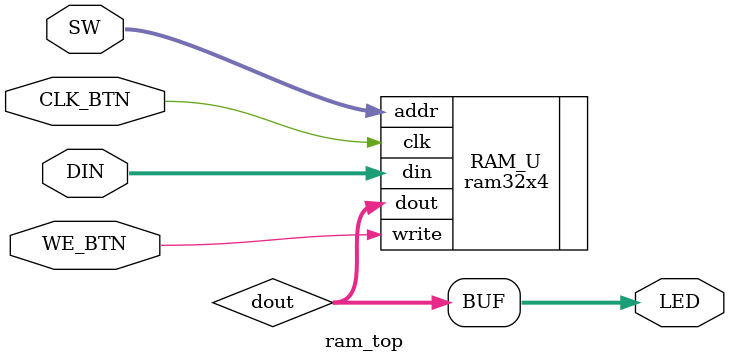
<source format=v>
`timescale 1ns/1ps
module ram_top (
    input  [4:0] SW,      // SW[4:0] = address (32x4)
    input  [3:0] DIN,     // SW[8:5] = data inputs
    input        WE_BTN,  // Write Enable (active high)
    input        CLK_BTN, // Write clock button
    output [3:0] LED      // LEDs show RAM output
);

    wire [3:0] dout;

    // Instantiate your 32x4 RAM
    ram32x4 RAM_U (
        .clk   (CLK_BTN),
        .write (WE_BTN),
        .addr  (SW),
        .din   (DIN),
        .dout  (dout)
    );

    assign LED = dout;

endmodule

</source>
